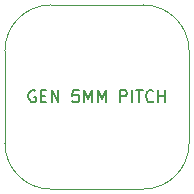
<source format=gbr>
%TF.GenerationSoftware,KiCad,Pcbnew,4.0.5-e0-6337~49~ubuntu16.04.1*%
%TF.CreationDate,2017-01-13T08:22:12-08:00*%
%TF.ProjectId,2x2-Generic-5mm-Pitch,3278322D47656E657269632D356D6D2D,1.0*%
%TF.FileFunction,Other,Fab,Top*%
%FSLAX46Y46*%
G04 Gerber Fmt 4.6, Leading zero omitted, Abs format (unit mm)*
G04 Created by KiCad (PCBNEW 4.0.5-e0-6337~49~ubuntu16.04.1) date Fri Jan 13 08:22:12 2017*
%MOMM*%
%LPD*%
G01*
G04 APERTURE LIST*
%ADD10C,0.350000*%
%ADD11C,0.040640*%
%ADD12C,0.150000*%
G04 APERTURE END LIST*
D10*
D11*
X147346000Y-91578000D02*
X139546000Y-91578000D01*
X147346000Y-107178000D02*
X139546000Y-107178000D01*
X151246000Y-103278000D02*
X151246000Y-95478000D01*
X135646000Y-103278000D02*
X135646000Y-95478000D01*
X151246000Y-95478000D02*
G75*
G03X147346000Y-91578000I-3900000J0D01*
G01*
X147346000Y-107178000D02*
G75*
G03X151246000Y-103278000I0J3900000D01*
G01*
X135646000Y-103278000D02*
G75*
G03X139546000Y-107178000I3900000J0D01*
G01*
X139546000Y-91578000D02*
G75*
G03X135646000Y-95478000I0J-3900000D01*
G01*
D12*
X138217905Y-98858000D02*
X138122667Y-98810381D01*
X137979810Y-98810381D01*
X137836952Y-98858000D01*
X137741714Y-98953238D01*
X137694095Y-99048476D01*
X137646476Y-99238952D01*
X137646476Y-99381810D01*
X137694095Y-99572286D01*
X137741714Y-99667524D01*
X137836952Y-99762762D01*
X137979810Y-99810381D01*
X138075048Y-99810381D01*
X138217905Y-99762762D01*
X138265524Y-99715143D01*
X138265524Y-99381810D01*
X138075048Y-99381810D01*
X138694095Y-99286571D02*
X139027429Y-99286571D01*
X139170286Y-99810381D02*
X138694095Y-99810381D01*
X138694095Y-98810381D01*
X139170286Y-98810381D01*
X139598857Y-99810381D02*
X139598857Y-98810381D01*
X140170286Y-99810381D01*
X140170286Y-98810381D01*
X141884572Y-98810381D02*
X141408381Y-98810381D01*
X141360762Y-99286571D01*
X141408381Y-99238952D01*
X141503619Y-99191333D01*
X141741715Y-99191333D01*
X141836953Y-99238952D01*
X141884572Y-99286571D01*
X141932191Y-99381810D01*
X141932191Y-99619905D01*
X141884572Y-99715143D01*
X141836953Y-99762762D01*
X141741715Y-99810381D01*
X141503619Y-99810381D01*
X141408381Y-99762762D01*
X141360762Y-99715143D01*
X142360762Y-99810381D02*
X142360762Y-98810381D01*
X142694096Y-99524667D01*
X143027429Y-98810381D01*
X143027429Y-99810381D01*
X143503619Y-99810381D02*
X143503619Y-98810381D01*
X143836953Y-99524667D01*
X144170286Y-98810381D01*
X144170286Y-99810381D01*
X145408381Y-99810381D02*
X145408381Y-98810381D01*
X145789334Y-98810381D01*
X145884572Y-98858000D01*
X145932191Y-98905619D01*
X145979810Y-99000857D01*
X145979810Y-99143714D01*
X145932191Y-99238952D01*
X145884572Y-99286571D01*
X145789334Y-99334190D01*
X145408381Y-99334190D01*
X146408381Y-99810381D02*
X146408381Y-98810381D01*
X146741714Y-98810381D02*
X147313143Y-98810381D01*
X147027428Y-99810381D02*
X147027428Y-98810381D01*
X148217905Y-99715143D02*
X148170286Y-99762762D01*
X148027429Y-99810381D01*
X147932191Y-99810381D01*
X147789333Y-99762762D01*
X147694095Y-99667524D01*
X147646476Y-99572286D01*
X147598857Y-99381810D01*
X147598857Y-99238952D01*
X147646476Y-99048476D01*
X147694095Y-98953238D01*
X147789333Y-98858000D01*
X147932191Y-98810381D01*
X148027429Y-98810381D01*
X148170286Y-98858000D01*
X148217905Y-98905619D01*
X148646476Y-99810381D02*
X148646476Y-98810381D01*
X148646476Y-99286571D02*
X149217905Y-99286571D01*
X149217905Y-99810381D02*
X149217905Y-98810381D01*
M02*

</source>
